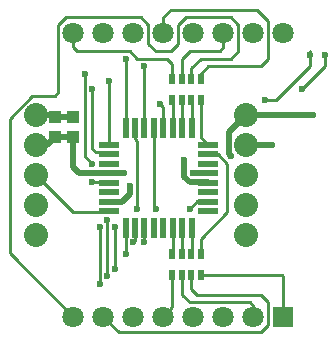
<source format=gbl>
G04 DipTrace 2.3.1.0*
%INminishift_Bottom.gbl*%
%MOIN*%
%ADD13C,0.02*%
%ADD14C,0.0197*%
%ADD15C,0.01*%
%ADD18R,0.0394X0.0433*%
%ADD19C,0.08*%
%ADD21R,0.0669X0.0197*%
%ADD22R,0.0197X0.0669*%
%ADD23R,0.0709X0.0709*%
%ADD24C,0.0709*%
%ADD26R,0.0217X0.0374*%
%ADD29C,0.0236*%
%FSLAX44Y44*%
G04*
G70*
G90*
G75*
G01*
%LNBottom*%
%LPD*%
X13361Y11236D2*
D13*
X12486D1*
X5486D2*
X5861D1*
X6111Y11487D1*
X6736D2*
X6111D1*
X7929Y10291D2*
D14*
X7494D1*
D13*
X6931D1*
X6736Y10486D1*
Y11487D1*
X7929Y10291D2*
X8416D1*
X10424Y10736D2*
Y10174D1*
X10611Y9986D1*
X11226D1*
D14*
X11236Y9976D1*
X9110Y8480D2*
D15*
Y7986D1*
X15111Y14236D2*
Y13861D1*
X14361Y13111D1*
X8480Y7611D2*
Y8480D1*
X8795D2*
Y8045D1*
X8736Y7986D1*
X10055Y11787D2*
Y12722D1*
X10041Y12736D1*
X10685Y11787D2*
Y12722D1*
X10671Y12736D1*
X10986Y6903D2*
X13695D1*
X13736Y6861D1*
Y5512D1*
X10671Y6903D2*
Y6426D1*
X10861Y6236D1*
X12986D1*
X13236Y5986D1*
Y5236D1*
X12986Y4986D1*
X8262D1*
X7736Y5512D1*
X10356Y6903D2*
Y6241D1*
X10611Y5986D1*
X12611D1*
X12736Y5861D1*
Y5512D1*
X10041Y6903D2*
Y5817D1*
X9736Y5512D1*
X10041Y13445D2*
Y13931D1*
X9861Y14111D1*
X8861D1*
X8611Y14361D1*
X6861D1*
X6736Y14486D1*
Y14961D1*
X10356Y13445D2*
Y14106D1*
X10611Y14361D1*
X11611D1*
X11736Y14486D1*
Y14961D1*
X10370Y11787D2*
Y12722D1*
X10356Y12736D1*
X11236Y10921D2*
X11551D1*
X11861Y10611D1*
Y8986D1*
X10986Y8111D1*
Y7611D1*
X10685Y8480D2*
Y7625D1*
X10671Y7611D1*
X10370Y8480D2*
Y7625D1*
X10356Y7611D1*
X10055Y8480D2*
Y7625D1*
X10041Y7611D1*
X10671Y13445D2*
Y13796D1*
X10986Y14111D1*
X11986D1*
X12236Y14361D1*
Y15236D1*
X11986Y15486D1*
X10486D1*
X10236Y15236D1*
Y14611D1*
X9986Y14361D1*
X9486D1*
X9236Y14611D1*
Y15236D1*
X8986Y15486D1*
X6486D1*
X6236Y15236D1*
Y12986D1*
X6111Y12861D1*
X5361D1*
X4611Y12111D1*
Y7637D1*
X6736Y5512D1*
X10986Y13445D2*
Y13611D1*
X11236Y13861D1*
X12986D1*
X13236Y14111D1*
Y15361D1*
X12861Y15736D1*
X9986D1*
X9736Y15486D1*
Y14961D1*
X10986Y12736D2*
Y11486D1*
X11236Y11236D1*
X7111Y13611D2*
Y10861D1*
X7361Y10611D1*
Y9986D2*
X7919D1*
X7929Y9976D1*
X9425Y11787D2*
Y9172D1*
X9486Y9111D1*
X7861Y8736D2*
Y6861D1*
X9110Y13861D2*
Y11787D1*
X8795D2*
Y11427D1*
X8861Y11361D1*
Y9111D1*
X7611Y8486D2*
Y6611D1*
X8486Y14111D2*
Y11793D1*
X8480Y11787D1*
X7929Y11236D2*
Y13361D1*
X7361Y13111D2*
Y11111D1*
X7486Y10986D1*
X7864D1*
X7929Y10921D1*
X8111Y7111D2*
Y8486D1*
X10611Y9111D2*
X10861Y9361D1*
X11221D1*
X11236Y9346D1*
X9740Y11787D2*
Y12482D1*
X9611Y12611D1*
X14611Y14236D2*
Y14361D1*
X5486Y10236D2*
X6736Y8986D1*
X7884D1*
X7929Y9031D1*
X13111Y12736D2*
X13486D1*
X14611Y13861D1*
Y14236D1*
X7929Y9346D2*
D13*
X8096D1*
X14736Y12236D2*
X12486D1*
X7929Y9346D2*
D14*
X8096D1*
X5486Y12236D2*
D13*
X6031D1*
X6111Y12156D1*
X6736D2*
X6111D1*
X11236Y10291D2*
D14*
X10736D1*
X8611Y9861D2*
D13*
Y9611D1*
X8346Y9346D1*
D14*
X7929D1*
X11986Y10861D2*
D13*
X11924Y10924D1*
Y11674D1*
X12486Y12236D1*
D29*
X13361Y11236D3*
X8416Y10291D3*
X10424Y10736D3*
X9110Y7986D3*
X15111Y14236D3*
X14361Y13111D3*
X8480Y7611D3*
X8736Y7986D3*
X7111Y13611D3*
X7361Y10611D3*
Y9986D3*
X9486Y9111D3*
X7861Y8736D3*
Y6861D3*
X9110Y13861D3*
X8861Y9111D3*
X7611Y8486D3*
Y6611D3*
X8486Y14111D3*
X7929Y13361D3*
X7361Y13111D3*
X8111Y7111D3*
Y8486D3*
X10611Y9111D3*
X9611Y12611D3*
X14611Y14236D3*
X13111Y12736D3*
X14611Y14236D3*
X14736Y12236D3*
X10736Y10291D3*
X8611Y9861D3*
X11986Y10861D3*
X10736Y10291D3*
D18*
X6111Y12156D3*
Y11487D3*
X6736Y12156D3*
Y11487D3*
D19*
X5486Y8236D3*
Y9236D3*
Y10236D3*
Y11236D3*
Y12236D3*
X12486D3*
Y11236D3*
Y10236D3*
Y9236D3*
Y8236D3*
D21*
X11236Y11236D3*
Y10921D3*
Y10606D3*
Y10291D3*
Y9976D3*
Y9661D3*
Y9346D3*
Y9031D3*
D22*
X10685Y8480D3*
X10370D3*
X10055D3*
X9740D3*
X9425D3*
X9110D3*
X8795D3*
X8480D3*
D21*
X7929Y9031D3*
Y9346D3*
Y9661D3*
Y9976D3*
Y10291D3*
Y10606D3*
Y10921D3*
Y11236D3*
D22*
X8480Y11787D3*
X8795D3*
X9110D3*
X9425D3*
X9740D3*
X10055D3*
X10370D3*
X10685D3*
D23*
X13736Y5512D3*
D24*
X12736D3*
X11736D3*
X10736D3*
X9736D3*
X8736D3*
X7736D3*
X6736D3*
Y14961D3*
X7736D3*
X8736D3*
X9736D3*
X10736D3*
X11736D3*
X12736D3*
X13736D3*
D26*
X10986Y12736D3*
X10671D3*
X10356D3*
X10041D3*
Y13445D3*
X10356D3*
X10671D3*
X10986D3*
X10041Y7611D3*
X10356D3*
X10671D3*
X10986D3*
Y6903D3*
X10671D3*
X10356D3*
X10041D3*
M02*

</source>
